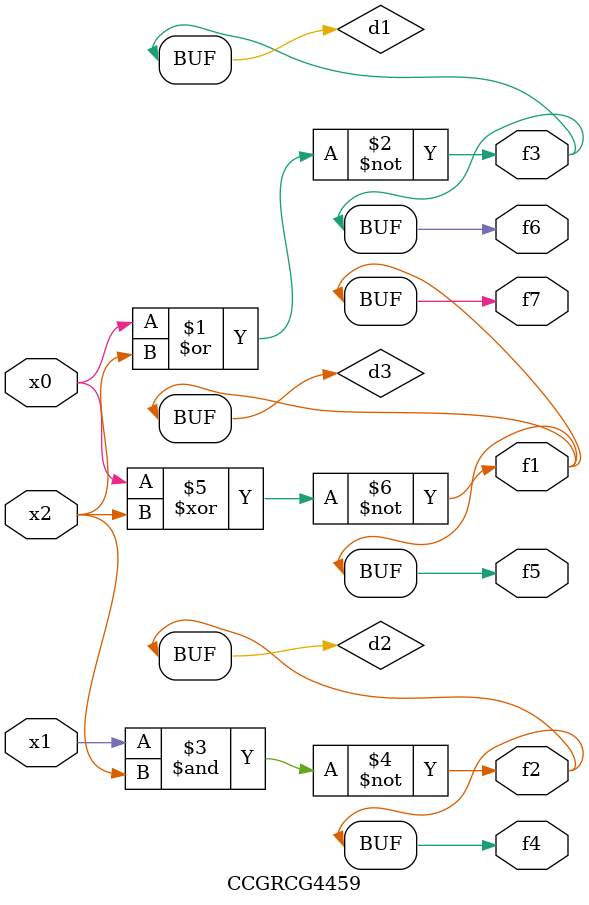
<source format=v>
module CCGRCG4459(
	input x0, x1, x2,
	output f1, f2, f3, f4, f5, f6, f7
);

	wire d1, d2, d3;

	nor (d1, x0, x2);
	nand (d2, x1, x2);
	xnor (d3, x0, x2);
	assign f1 = d3;
	assign f2 = d2;
	assign f3 = d1;
	assign f4 = d2;
	assign f5 = d3;
	assign f6 = d1;
	assign f7 = d3;
endmodule

</source>
